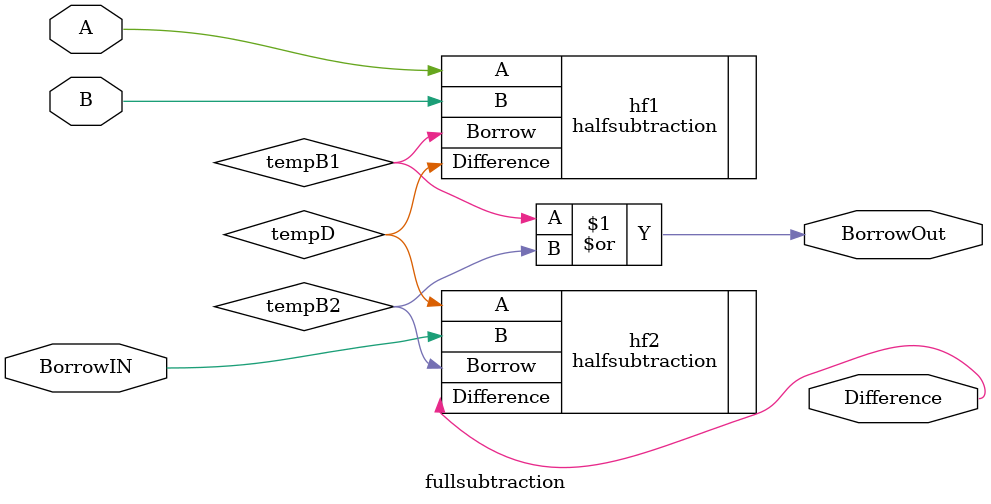
<source format=v>
module fullsubtraction (
    input A, B, BorrowIN,
    output Difference, BorrowOut
);

wire tempD, tempB1, tempB2;

halfsubtraction hf1(.A(A), .B(B), .Difference(tempD), .Borrow(tempB1));
halfsubtraction hf2(.A(tempD), .B(BorrowIN), .Difference(Difference), .Borrow(tempB2));
or o1 (BorrowOut, tempB1, tempB2);

endmodule

</source>
